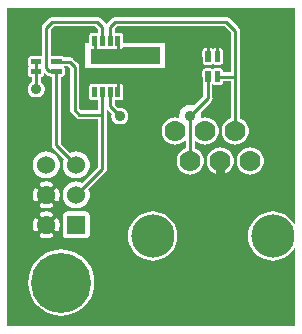
<source format=gbr>
G04 start of page 2 for group 0 idx 0 *
G04 Title: (unknown), top *
G04 Creator: pcb 20140316 *
G04 CreationDate: Sat 04 Mar 2017 04:47:27 AM GMT UTC *
G04 For: petersen *
G04 Format: Gerber/RS-274X *
G04 PCB-Dimensions (mil): 1000.00 1100.00 *
G04 PCB-Coordinate-Origin: lower left *
%MOIN*%
%FSLAX25Y25*%
%LNTOP*%
%ADD26C,0.1280*%
%ADD25C,0.0380*%
%ADD24C,0.1083*%
%ADD23C,0.0200*%
%ADD22C,0.2000*%
%ADD21C,0.0360*%
%ADD20R,0.0120X0.0120*%
%ADD19R,0.0165X0.0165*%
%ADD18R,0.0512X0.0512*%
%ADD17R,0.0167X0.0167*%
%ADD16C,0.1440*%
%ADD15C,0.0600*%
%ADD14C,0.0700*%
%ADD13C,0.0300*%
%ADD12C,0.0100*%
%ADD11C,0.0001*%
G54D11*G36*
X72912Y94620D02*X71082Y94610D01*
X70929Y94573D01*
X70783Y94513D01*
X70649Y94431D01*
X70529Y94329D01*
X70500Y94295D01*
Y102000D01*
X74379D01*
X76500Y99879D01*
Y86652D01*
X73903D01*
X73902Y87080D01*
X73865Y87233D01*
X73805Y87379D01*
X73723Y87513D01*
X73621Y87633D01*
X73501Y87735D01*
X73367Y87817D01*
X73221Y87877D01*
X73068Y87914D01*
X72912Y87924D01*
X71082Y87914D01*
X70929Y87877D01*
X70783Y87817D01*
X70649Y87735D01*
X70529Y87633D01*
X70500Y87599D01*
Y89401D01*
X70529Y89367D01*
X70649Y89265D01*
X70783Y89183D01*
X70929Y89123D01*
X71082Y89086D01*
X71238Y89076D01*
X73068Y89086D01*
X73221Y89123D01*
X73367Y89183D01*
X73501Y89265D01*
X73621Y89367D01*
X73723Y89487D01*
X73805Y89621D01*
X73865Y89767D01*
X73902Y89920D01*
X73912Y90076D01*
X73902Y93776D01*
X73865Y93929D01*
X73805Y94075D01*
X73723Y94209D01*
X73621Y94329D01*
X73501Y94431D01*
X73367Y94513D01*
X73221Y94573D01*
X73068Y94610D01*
X72912Y94620D01*
G37*
G36*
X82993Y28696D02*X83171Y28266D01*
X83846Y27165D01*
X84684Y26184D01*
X85665Y25346D01*
X86766Y24671D01*
X87958Y24177D01*
X89213Y23876D01*
X90500Y23775D01*
X91787Y23876D01*
X93042Y24177D01*
X94234Y24671D01*
X95335Y25346D01*
X96316Y26184D01*
X97154Y27165D01*
X97829Y28266D01*
X98000Y28679D01*
Y2000D01*
X82993D01*
Y28696D01*
G37*
G36*
Y108000D02*X98000D01*
Y35321D01*
X97829Y35734D01*
X97154Y36835D01*
X96316Y37816D01*
X95335Y38654D01*
X94234Y39329D01*
X93042Y39823D01*
X91787Y40124D01*
X90500Y40225D01*
X89213Y40124D01*
X87958Y39823D01*
X86766Y39329D01*
X85665Y38654D01*
X84684Y37816D01*
X83846Y36835D01*
X83171Y35734D01*
X82993Y35304D01*
Y52487D01*
X83000Y52486D01*
X83706Y52542D01*
X84395Y52707D01*
X85049Y52978D01*
X85653Y53348D01*
X86192Y53808D01*
X86652Y54347D01*
X87022Y54951D01*
X87293Y55605D01*
X87458Y56294D01*
X87500Y57000D01*
X87458Y57706D01*
X87293Y58395D01*
X87022Y59049D01*
X86652Y59653D01*
X86192Y60192D01*
X85653Y60652D01*
X85049Y61022D01*
X84395Y61293D01*
X83706Y61458D01*
X83000Y61514D01*
X82993Y61513D01*
Y108000D01*
G37*
G36*
X70500D02*X82993D01*
Y61513D01*
X82294Y61458D01*
X81605Y61293D01*
X80951Y61022D01*
X80347Y60652D01*
X79808Y60192D01*
X79348Y59653D01*
X78978Y59049D01*
X78707Y58395D01*
X78542Y57706D01*
X78486Y57000D01*
X78542Y56294D01*
X78707Y55605D01*
X78978Y54951D01*
X79348Y54347D01*
X79808Y53808D01*
X80347Y53348D01*
X80951Y52978D01*
X81605Y52707D01*
X82294Y52542D01*
X82993Y52487D01*
Y35304D01*
X82677Y34542D01*
X82376Y33287D01*
X82275Y32000D01*
X82376Y30713D01*
X82677Y29458D01*
X82993Y28696D01*
Y2000D01*
X70500D01*
Y53254D01*
X70951Y52978D01*
X71605Y52707D01*
X72294Y52542D01*
X73000Y52486D01*
X73706Y52542D01*
X74395Y52707D01*
X75049Y52978D01*
X75653Y53348D01*
X76192Y53808D01*
X76652Y54347D01*
X77022Y54951D01*
X77293Y55605D01*
X77458Y56294D01*
X77500Y57000D01*
X77458Y57706D01*
X77293Y58395D01*
X77022Y59049D01*
X76652Y59653D01*
X76192Y60192D01*
X75653Y60652D01*
X75049Y61022D01*
X74395Y61293D01*
X73706Y61458D01*
X73000Y61514D01*
X72294Y61458D01*
X71605Y61293D01*
X70951Y61022D01*
X70500Y60746D01*
Y63254D01*
X70653Y63348D01*
X71192Y63808D01*
X71652Y64347D01*
X72022Y64951D01*
X72293Y65605D01*
X72458Y66294D01*
X72500Y67000D01*
X72458Y67706D01*
X72293Y68395D01*
X72022Y69049D01*
X71652Y69653D01*
X71192Y70192D01*
X70653Y70652D01*
X70500Y70746D01*
Y82705D01*
X70529Y82671D01*
X70649Y82569D01*
X70783Y82487D01*
X70929Y82427D01*
X71082Y82390D01*
X71238Y82380D01*
X73068Y82390D01*
X73221Y82427D01*
X73367Y82487D01*
X73501Y82569D01*
X73621Y82671D01*
X73723Y82791D01*
X73805Y82925D01*
X73865Y83071D01*
X73902Y83224D01*
X73912Y83380D01*
X73911Y83652D01*
X76500D01*
Y71249D01*
X75951Y71022D01*
X75347Y70652D01*
X74808Y70192D01*
X74348Y69653D01*
X73978Y69049D01*
X73707Y68395D01*
X73542Y67706D01*
X73486Y67000D01*
X73542Y66294D01*
X73707Y65605D01*
X73978Y64951D01*
X74348Y64347D01*
X74808Y63808D01*
X75347Y63348D01*
X75951Y62978D01*
X76605Y62707D01*
X77294Y62542D01*
X78000Y62486D01*
X78706Y62542D01*
X79395Y62707D01*
X80049Y62978D01*
X80653Y63348D01*
X81192Y63808D01*
X81652Y64347D01*
X82022Y64951D01*
X82293Y65605D01*
X82458Y66294D01*
X82500Y67000D01*
X82458Y67706D01*
X82293Y68395D01*
X82022Y69049D01*
X81652Y69653D01*
X81192Y70192D01*
X80653Y70652D01*
X80049Y71022D01*
X79500Y71249D01*
Y85093D01*
X79505Y85152D01*
X79500Y85211D01*
Y100441D01*
X79505Y100500D01*
X79486Y100735D01*
X79431Y100965D01*
X79341Y101183D01*
X79217Y101384D01*
X79064Y101564D01*
X79019Y101602D01*
X76102Y104519D01*
X76064Y104564D01*
X75884Y104717D01*
X75683Y104841D01*
X75465Y104931D01*
X75235Y104986D01*
X75235Y104986D01*
X75000Y105005D01*
X74941Y105000D01*
X70500D01*
Y108000D01*
G37*
G36*
Y70746D02*X70049Y71022D01*
X69395Y71293D01*
X68706Y71458D01*
X68000Y71514D01*
X67294Y71458D01*
X66637Y71301D01*
X66666Y71419D01*
X66700Y72000D01*
X66666Y72581D01*
X66530Y73147D01*
X66453Y73332D01*
X69944Y76823D01*
X69989Y76861D01*
X70142Y77040D01*
X70142Y77041D01*
X70266Y77242D01*
X70356Y77460D01*
X70411Y77690D01*
X70430Y77925D01*
X70425Y77984D01*
Y82632D01*
X70471Y82671D01*
X70500Y82705D01*
Y70746D01*
G37*
G36*
X50487Y88000D02*X54500D01*
Y96500D01*
X50487D01*
Y102000D01*
X70500D01*
Y94295D01*
X70500Y94295D01*
X70471Y94329D01*
X70351Y94431D01*
X70217Y94513D01*
X70071Y94573D01*
X69918Y94610D01*
X69762Y94620D01*
X67932Y94610D01*
X67779Y94573D01*
X67633Y94513D01*
X67499Y94431D01*
X67379Y94329D01*
X67277Y94209D01*
X67195Y94075D01*
X67135Y93929D01*
X67098Y93776D01*
X67088Y93620D01*
X67098Y89920D01*
X67135Y89767D01*
X67195Y89621D01*
X67277Y89487D01*
X67379Y89367D01*
X67499Y89265D01*
X67633Y89183D01*
X67779Y89123D01*
X67932Y89086D01*
X68088Y89076D01*
X69918Y89086D01*
X70071Y89123D01*
X70217Y89183D01*
X70351Y89265D01*
X70471Y89367D01*
X70500Y89401D01*
Y87599D01*
X70500Y87599D01*
X70471Y87633D01*
X70351Y87735D01*
X70217Y87817D01*
X70071Y87877D01*
X69918Y87914D01*
X69762Y87924D01*
X67932Y87914D01*
X67779Y87877D01*
X67633Y87817D01*
X67499Y87735D01*
X67379Y87633D01*
X67277Y87513D01*
X67195Y87379D01*
X67135Y87233D01*
X67098Y87080D01*
X67088Y86924D01*
X67098Y83224D01*
X67135Y83071D01*
X67195Y82925D01*
X67277Y82791D01*
X67379Y82671D01*
X67425Y82632D01*
Y78546D01*
X64332Y75453D01*
X64147Y75530D01*
X63581Y75666D01*
X63000Y75711D01*
X62419Y75666D01*
X61853Y75530D01*
X61315Y75307D01*
X60818Y75003D01*
X60376Y74624D01*
X59997Y74182D01*
X59693Y73685D01*
X59470Y73147D01*
X59334Y72581D01*
X59289Y72000D01*
X59334Y71419D01*
X59363Y71301D01*
X58706Y71458D01*
X58000Y71514D01*
X57294Y71458D01*
X56605Y71293D01*
X55951Y71022D01*
X55347Y70652D01*
X54808Y70192D01*
X54348Y69653D01*
X53978Y69049D01*
X53707Y68395D01*
X53542Y67706D01*
X53486Y67000D01*
X53542Y66294D01*
X53707Y65605D01*
X53978Y64951D01*
X54348Y64347D01*
X54808Y63808D01*
X55347Y63348D01*
X55951Y62978D01*
X56605Y62707D01*
X57294Y62542D01*
X58000Y62486D01*
X58706Y62542D01*
X59395Y62707D01*
X60049Y62978D01*
X60653Y63348D01*
X61192Y63808D01*
X61500Y64169D01*
Y61249D01*
X60951Y61022D01*
X60347Y60652D01*
X59808Y60192D01*
X59348Y59653D01*
X58978Y59049D01*
X58707Y58395D01*
X58542Y57706D01*
X58486Y57000D01*
X58542Y56294D01*
X58707Y55605D01*
X58978Y54951D01*
X59348Y54347D01*
X59808Y53808D01*
X60347Y53348D01*
X60951Y52978D01*
X61605Y52707D01*
X62294Y52542D01*
X63000Y52486D01*
X63706Y52542D01*
X64395Y52707D01*
X65049Y52978D01*
X65653Y53348D01*
X66192Y53808D01*
X66652Y54347D01*
X67022Y54951D01*
X67293Y55605D01*
X67458Y56294D01*
X67500Y57000D01*
X67458Y57706D01*
X67293Y58395D01*
X67022Y59049D01*
X66652Y59653D01*
X66192Y60192D01*
X65653Y60652D01*
X65049Y61022D01*
X64500Y61249D01*
Y64169D01*
X64808Y63808D01*
X65347Y63348D01*
X65951Y62978D01*
X66605Y62707D01*
X67294Y62542D01*
X68000Y62486D01*
X68706Y62542D01*
X69395Y62707D01*
X70049Y62978D01*
X70500Y63254D01*
Y60746D01*
X70347Y60652D01*
X69808Y60192D01*
X69348Y59653D01*
X68978Y59049D01*
X68707Y58395D01*
X68542Y57706D01*
X68486Y57000D01*
X68542Y56294D01*
X68707Y55605D01*
X68978Y54951D01*
X69348Y54347D01*
X69808Y53808D01*
X70347Y53348D01*
X70500Y53254D01*
Y2000D01*
X50487D01*
Y23776D01*
X50500Y23775D01*
X51787Y23876D01*
X53042Y24177D01*
X54234Y24671D01*
X55335Y25346D01*
X56316Y26184D01*
X57154Y27165D01*
X57829Y28266D01*
X58323Y29458D01*
X58624Y30713D01*
X58700Y32000D01*
X58624Y33287D01*
X58323Y34542D01*
X57829Y35734D01*
X57154Y36835D01*
X56316Y37816D01*
X55335Y38654D01*
X54234Y39329D01*
X53042Y39823D01*
X51787Y40124D01*
X50500Y40225D01*
X50487Y40224D01*
Y88000D01*
G37*
G36*
Y96500D02*X40663D01*
X40657Y98953D01*
X40620Y99106D01*
X40560Y99251D01*
X40478Y99386D01*
X40375Y99505D01*
X40256Y99608D01*
X40121Y99690D01*
X39976Y99750D01*
X39823Y99787D01*
X39666Y99796D01*
X37855Y99787D01*
X37780Y99769D01*
Y101159D01*
X38621Y102000D01*
X50487D01*
Y96500D01*
G37*
G36*
X25000Y41186D02*X25706Y41242D01*
X26395Y41407D01*
X27049Y41678D01*
X27653Y42048D01*
X28192Y42508D01*
X28652Y43047D01*
X29022Y43651D01*
X29293Y44305D01*
X29458Y44994D01*
X29500Y45700D01*
X29458Y46406D01*
X29293Y47095D01*
X29065Y47644D01*
X34739Y53318D01*
X34784Y53356D01*
X34937Y53535D01*
X34937Y53536D01*
X35061Y53737D01*
X35151Y53955D01*
X35206Y54185D01*
X35225Y54420D01*
X35220Y54479D01*
Y72441D01*
X35225Y72500D01*
X35220Y72559D01*
Y74153D01*
X35261Y74118D01*
X36767Y72611D01*
X36726Y72439D01*
X36691Y72000D01*
X36726Y71561D01*
X36829Y71132D01*
X36997Y70725D01*
X37228Y70349D01*
X37514Y70014D01*
X37849Y69728D01*
X38225Y69497D01*
X38632Y69329D01*
X39061Y69226D01*
X39500Y69191D01*
X39939Y69226D01*
X40368Y69329D01*
X40775Y69497D01*
X41151Y69728D01*
X41486Y70014D01*
X41772Y70349D01*
X42003Y70725D01*
X42171Y71132D01*
X42274Y71561D01*
X42300Y72000D01*
X42274Y72439D01*
X42171Y72868D01*
X42003Y73275D01*
X41772Y73651D01*
X41486Y73986D01*
X41151Y74272D01*
X40775Y74503D01*
X40368Y74671D01*
X39939Y74774D01*
X39500Y74809D01*
X39061Y74774D01*
X38889Y74733D01*
X37780Y75841D01*
Y77231D01*
X37855Y77213D01*
X38012Y77204D01*
X39823Y77213D01*
X39976Y77250D01*
X40121Y77310D01*
X40256Y77392D01*
X40375Y77495D01*
X40478Y77614D01*
X40560Y77749D01*
X40620Y77894D01*
X40657Y78047D01*
X40666Y78204D01*
X40657Y81862D01*
X40620Y82015D01*
X40560Y82160D01*
X40478Y82295D01*
X40375Y82414D01*
X40256Y82517D01*
X40121Y82599D01*
X39976Y82659D01*
X39823Y82696D01*
X39666Y82705D01*
X37855Y82696D01*
X37702Y82659D01*
X37560Y82600D01*
X37417Y82659D01*
X37264Y82696D01*
X37107Y82705D01*
X35296Y82696D01*
X35143Y82659D01*
X35000Y82600D01*
X34857Y82659D01*
X34704Y82696D01*
X34547Y82705D01*
X32736Y82696D01*
X32583Y82659D01*
X32440Y82600D01*
X32298Y82659D01*
X32145Y82696D01*
X31988Y82705D01*
X30177Y82696D01*
X30024Y82659D01*
X29879Y82599D01*
X29744Y82517D01*
X29625Y82414D01*
X29522Y82295D01*
X29440Y82160D01*
X29380Y82015D01*
X29343Y81862D01*
X29334Y81705D01*
X29343Y78047D01*
X29380Y77894D01*
X29440Y77749D01*
X29522Y77614D01*
X29625Y77495D01*
X29744Y77392D01*
X29879Y77310D01*
X30024Y77250D01*
X30177Y77213D01*
X30334Y77204D01*
X32145Y77213D01*
X32220Y77231D01*
Y74000D01*
X26621D01*
X26000Y74621D01*
Y88441D01*
X26005Y88500D01*
X25986Y88735D01*
X25931Y88965D01*
X25841Y89183D01*
X25717Y89384D01*
X25564Y89564D01*
X25519Y89602D01*
X25000Y90121D01*
Y102000D01*
X31379D01*
X32220Y101159D01*
Y99769D01*
X32145Y99787D01*
X31988Y99796D01*
X30177Y99787D01*
X30024Y99750D01*
X29879Y99690D01*
X29744Y99608D01*
X29625Y99505D01*
X29522Y99386D01*
X29440Y99251D01*
X29380Y99106D01*
X29343Y98953D01*
X29334Y98796D01*
X29340Y96500D01*
X28000D01*
Y88000D01*
X50487D01*
Y40224D01*
X49213Y40124D01*
X47958Y39823D01*
X46766Y39329D01*
X45665Y38654D01*
X44684Y37816D01*
X43846Y36835D01*
X43171Y35734D01*
X42677Y34542D01*
X42376Y33287D01*
X42275Y32000D01*
X42376Y30713D01*
X42677Y29458D01*
X43171Y28266D01*
X43846Y27165D01*
X44684Y26184D01*
X45665Y25346D01*
X46766Y24671D01*
X47958Y24177D01*
X49213Y23876D01*
X50487Y23776D01*
Y2000D01*
X25000D01*
Y6665D01*
X25009Y6669D01*
X26486Y7573D01*
X27802Y8698D01*
X28927Y10014D01*
X29831Y11491D01*
X30494Y13090D01*
X30898Y14774D01*
X31000Y16500D01*
X30898Y18226D01*
X30494Y19910D01*
X29831Y21509D01*
X28927Y22986D01*
X27802Y24302D01*
X26486Y25427D01*
X25009Y26331D01*
X25000Y26335D01*
Y31207D01*
X28235Y31214D01*
X28465Y31269D01*
X28683Y31359D01*
X28884Y31483D01*
X29064Y31636D01*
X29217Y31816D01*
X29341Y32017D01*
X29431Y32235D01*
X29486Y32465D01*
X29500Y32700D01*
X29486Y38935D01*
X29431Y39165D01*
X29341Y39383D01*
X29217Y39584D01*
X29064Y39764D01*
X28884Y39917D01*
X28683Y40041D01*
X28465Y40131D01*
X28235Y40186D01*
X28000Y40200D01*
X25000Y40193D01*
Y41186D01*
G37*
G36*
Y51186D02*X25706Y51242D01*
X26395Y51407D01*
X27049Y51678D01*
X27653Y52048D01*
X28192Y52508D01*
X28652Y53047D01*
X29022Y53651D01*
X29293Y54305D01*
X29458Y54994D01*
X29500Y55700D01*
X29458Y56406D01*
X29293Y57095D01*
X29022Y57749D01*
X28652Y58353D01*
X28192Y58892D01*
X27653Y59352D01*
X27049Y59722D01*
X26395Y59993D01*
X25706Y60158D01*
X25000Y60214D01*
Y71381D01*
X25116Y71283D01*
X25317Y71159D01*
X25535Y71069D01*
X25765Y71014D01*
X26000Y70995D01*
X26059Y71000D01*
X32220D01*
Y55041D01*
X26944Y49765D01*
X26395Y49993D01*
X25706Y50158D01*
X25000Y50214D01*
Y51186D01*
G37*
G36*
Y2000D02*X19983D01*
Y5467D01*
X20000Y5466D01*
X21726Y5602D01*
X23410Y6006D01*
X25000Y6665D01*
Y2000D01*
G37*
G36*
Y90121D02*X24027Y91094D01*
X23989Y91139D01*
X23809Y91292D01*
X23608Y91416D01*
X23390Y91506D01*
X23160Y91561D01*
X23160Y91561D01*
X22925Y91580D01*
X22866Y91575D01*
X20868D01*
X20829Y91621D01*
X20709Y91723D01*
X20575Y91805D01*
X20429Y91865D01*
X20276Y91902D01*
X20120Y91912D01*
X19983Y91911D01*
Y102000D01*
X25000D01*
Y90121D01*
G37*
G36*
Y60214D02*X24294Y60158D01*
X23605Y59993D01*
X23056Y59765D01*
X19983Y62838D01*
Y85097D01*
X20276Y85098D01*
X20429Y85135D01*
X20575Y85195D01*
X20709Y85277D01*
X20829Y85379D01*
X20931Y85499D01*
X21013Y85633D01*
X21073Y85779D01*
X21110Y85932D01*
X21120Y86088D01*
X21110Y87918D01*
X21073Y88071D01*
X21013Y88217D01*
X20931Y88351D01*
X20829Y88471D01*
X20795Y88500D01*
X20829Y88529D01*
X20868Y88575D01*
X22304D01*
X23000Y87879D01*
Y74059D01*
X22995Y74000D01*
X23014Y73765D01*
X23069Y73535D01*
X23159Y73317D01*
X23283Y73116D01*
X23283Y73115D01*
X23436Y72936D01*
X23481Y72898D01*
X24898Y71481D01*
X24936Y71436D01*
X25000Y71381D01*
Y60214D01*
G37*
G36*
X19983Y58596D02*X20935Y57644D01*
X20707Y57095D01*
X20542Y56406D01*
X20486Y55700D01*
X20542Y54994D01*
X20707Y54305D01*
X20978Y53651D01*
X21348Y53047D01*
X21808Y52508D01*
X22347Y52048D01*
X22951Y51678D01*
X23605Y51407D01*
X24294Y51242D01*
X25000Y51186D01*
Y50214D01*
X24294Y50158D01*
X23605Y49993D01*
X22951Y49722D01*
X22347Y49352D01*
X21808Y48892D01*
X21348Y48353D01*
X20978Y47749D01*
X20707Y47095D01*
X20542Y46406D01*
X20486Y45700D01*
X20542Y44994D01*
X20707Y44305D01*
X20978Y43651D01*
X21348Y43047D01*
X21808Y42508D01*
X22347Y42048D01*
X22951Y41678D01*
X23605Y41407D01*
X24294Y41242D01*
X25000Y41186D01*
Y40193D01*
X21765Y40186D01*
X21535Y40131D01*
X21317Y40041D01*
X21116Y39917D01*
X20936Y39764D01*
X20783Y39584D01*
X20659Y39383D01*
X20569Y39165D01*
X20514Y38935D01*
X20500Y38700D01*
X20514Y32465D01*
X20569Y32235D01*
X20659Y32017D01*
X20783Y31816D01*
X20936Y31636D01*
X21116Y31483D01*
X21317Y31359D01*
X21535Y31269D01*
X21765Y31214D01*
X22000Y31200D01*
X25000Y31207D01*
Y26335D01*
X23410Y26994D01*
X21726Y27398D01*
X20000Y27534D01*
X19983Y27533D01*
Y58596D01*
G37*
G36*
Y108000D02*X70500D01*
Y105000D01*
X38059D01*
X38000Y105005D01*
X37765Y104986D01*
X37535Y104931D01*
X37317Y104841D01*
X37116Y104717D01*
X37115Y104717D01*
X36936Y104564D01*
X36898Y104519D01*
X35261Y102882D01*
X35216Y102844D01*
X35063Y102664D01*
X35000Y102562D01*
X34937Y102664D01*
X34784Y102844D01*
X34739Y102882D01*
X33102Y104519D01*
X33064Y104564D01*
X32884Y104717D01*
X32683Y104841D01*
X32465Y104931D01*
X32235Y104986D01*
X32000Y105005D01*
X31941Y105000D01*
X19983D01*
Y108000D01*
G37*
G36*
Y91911D02*X16500Y91902D01*
Y100879D01*
X17621Y102000D01*
X19983D01*
Y91911D01*
G37*
G36*
Y62838D02*X19848Y62973D01*
Y85097D01*
X19983Y85097D01*
Y62838D01*
G37*
G36*
X15002Y6664D02*X16590Y6006D01*
X18274Y5602D01*
X19983Y5467D01*
Y2000D01*
X15002D01*
Y6664D01*
G37*
G36*
X18613Y59966D02*X19983Y58596D01*
Y27533D01*
X18613Y27425D01*
Y33553D01*
X18656Y33560D01*
X18768Y33597D01*
X18873Y33652D01*
X18968Y33722D01*
X19051Y33806D01*
X19119Y33902D01*
X19170Y34008D01*
X19318Y34416D01*
X19422Y34837D01*
X19484Y35267D01*
X19505Y35700D01*
X19484Y36133D01*
X19422Y36563D01*
X19318Y36984D01*
X19175Y37394D01*
X19122Y37500D01*
X19053Y37596D01*
X18970Y37681D01*
X18875Y37751D01*
X18769Y37806D01*
X18657Y37843D01*
X18613Y37851D01*
Y43553D01*
X18656Y43560D01*
X18768Y43597D01*
X18873Y43652D01*
X18968Y43722D01*
X19051Y43806D01*
X19119Y43902D01*
X19170Y44008D01*
X19318Y44416D01*
X19422Y44837D01*
X19484Y45267D01*
X19505Y45700D01*
X19484Y46133D01*
X19422Y46563D01*
X19318Y46984D01*
X19175Y47394D01*
X19122Y47500D01*
X19053Y47596D01*
X18970Y47681D01*
X18875Y47751D01*
X18769Y47806D01*
X18657Y47843D01*
X18613Y47851D01*
Y53002D01*
X18652Y53047D01*
X19022Y53651D01*
X19293Y54305D01*
X19458Y54994D01*
X19500Y55700D01*
X19458Y56406D01*
X19293Y57095D01*
X19022Y57749D01*
X18652Y58353D01*
X18613Y58398D01*
Y59966D01*
G37*
G36*
Y27425D02*X18274Y27398D01*
X16590Y26994D01*
X15002Y26336D01*
Y31195D01*
X15433Y31216D01*
X15863Y31278D01*
X16284Y31382D01*
X16694Y31525D01*
X16800Y31578D01*
X16896Y31647D01*
X16981Y31730D01*
X17051Y31825D01*
X17106Y31931D01*
X17143Y32043D01*
X17163Y32160D01*
X17164Y32279D01*
X17146Y32396D01*
X17110Y32509D01*
X17057Y32615D01*
X16988Y32712D01*
X16905Y32796D01*
X16809Y32867D01*
X16704Y32921D01*
X16592Y32959D01*
X16475Y32978D01*
X16356Y32979D01*
X16239Y32961D01*
X16126Y32923D01*
X15855Y32824D01*
X15575Y32756D01*
X15289Y32714D01*
X15002Y32700D01*
Y38700D01*
X15289Y38686D01*
X15575Y38644D01*
X15855Y38576D01*
X16128Y38480D01*
X16239Y38442D01*
X16356Y38425D01*
X16474Y38425D01*
X16591Y38445D01*
X16703Y38482D01*
X16807Y38536D01*
X16902Y38606D01*
X16985Y38691D01*
X17054Y38787D01*
X17107Y38892D01*
X17143Y39005D01*
X17160Y39121D01*
X17159Y39239D01*
X17140Y39356D01*
X17103Y39468D01*
X17048Y39573D01*
X16978Y39668D01*
X16894Y39751D01*
X16798Y39819D01*
X16692Y39870D01*
X16284Y40018D01*
X15863Y40122D01*
X15433Y40184D01*
X15002Y40205D01*
Y41195D01*
X15433Y41216D01*
X15863Y41278D01*
X16284Y41382D01*
X16694Y41525D01*
X16800Y41578D01*
X16896Y41647D01*
X16981Y41730D01*
X17051Y41825D01*
X17106Y41931D01*
X17143Y42043D01*
X17163Y42160D01*
X17164Y42279D01*
X17146Y42396D01*
X17110Y42509D01*
X17057Y42615D01*
X16988Y42712D01*
X16905Y42796D01*
X16809Y42867D01*
X16704Y42921D01*
X16592Y42959D01*
X16475Y42978D01*
X16356Y42979D01*
X16239Y42961D01*
X16126Y42923D01*
X15855Y42824D01*
X15575Y42756D01*
X15289Y42714D01*
X15002Y42700D01*
Y48700D01*
X15289Y48686D01*
X15575Y48644D01*
X15855Y48576D01*
X16128Y48480D01*
X16239Y48442D01*
X16356Y48425D01*
X16474Y48425D01*
X16591Y48445D01*
X16703Y48482D01*
X16807Y48536D01*
X16902Y48606D01*
X16985Y48691D01*
X17054Y48787D01*
X17107Y48892D01*
X17143Y49005D01*
X17160Y49121D01*
X17159Y49239D01*
X17140Y49356D01*
X17103Y49468D01*
X17048Y49573D01*
X16978Y49668D01*
X16894Y49751D01*
X16798Y49819D01*
X16692Y49870D01*
X16284Y50018D01*
X15863Y50122D01*
X15433Y50184D01*
X15002Y50205D01*
Y51186D01*
X15706Y51242D01*
X16395Y51407D01*
X17049Y51678D01*
X17653Y52048D01*
X18192Y52508D01*
X18613Y53002D01*
Y47851D01*
X18540Y47863D01*
X18421Y47864D01*
X18304Y47846D01*
X18191Y47810D01*
X18085Y47757D01*
X17988Y47688D01*
X17904Y47605D01*
X17833Y47509D01*
X17779Y47404D01*
X17741Y47292D01*
X17722Y47175D01*
X17721Y47056D01*
X17739Y46939D01*
X17777Y46826D01*
X17876Y46555D01*
X17944Y46275D01*
X17986Y45989D01*
X18000Y45700D01*
X17986Y45411D01*
X17944Y45125D01*
X17876Y44845D01*
X17780Y44572D01*
X17742Y44461D01*
X17725Y44344D01*
X17725Y44226D01*
X17745Y44109D01*
X17782Y43997D01*
X17836Y43893D01*
X17906Y43798D01*
X17991Y43715D01*
X18087Y43646D01*
X18192Y43593D01*
X18305Y43557D01*
X18421Y43540D01*
X18539Y43541D01*
X18613Y43553D01*
Y37851D01*
X18540Y37863D01*
X18421Y37864D01*
X18304Y37846D01*
X18191Y37810D01*
X18085Y37757D01*
X17988Y37688D01*
X17904Y37605D01*
X17833Y37509D01*
X17779Y37404D01*
X17741Y37292D01*
X17722Y37175D01*
X17721Y37056D01*
X17739Y36939D01*
X17777Y36826D01*
X17876Y36555D01*
X17944Y36275D01*
X17986Y35989D01*
X18000Y35700D01*
X17986Y35411D01*
X17944Y35125D01*
X17876Y34845D01*
X17780Y34572D01*
X17742Y34461D01*
X17725Y34344D01*
X17725Y34226D01*
X17745Y34109D01*
X17782Y33997D01*
X17836Y33893D01*
X17906Y33798D01*
X17991Y33715D01*
X18087Y33646D01*
X18192Y33593D01*
X18305Y33557D01*
X18421Y33540D01*
X18539Y33541D01*
X18613Y33553D01*
Y27425D01*
G37*
G36*
X15002Y85872D02*X15011Y85861D01*
X15190Y85708D01*
X15191Y85708D01*
X15392Y85584D01*
X15610Y85494D01*
X15810Y85446D01*
X15867Y85379D01*
X15987Y85277D01*
X16121Y85195D01*
X16267Y85135D01*
X16420Y85098D01*
X16576Y85088D01*
X16848Y85089D01*
Y62411D01*
X16843Y62352D01*
X16862Y62117D01*
X16917Y61887D01*
X17007Y61669D01*
X17131Y61468D01*
X17131Y61467D01*
X17284Y61288D01*
X17329Y61250D01*
X18613Y59966D01*
Y58398D01*
X18192Y58892D01*
X17653Y59352D01*
X17049Y59722D01*
X16395Y59993D01*
X15706Y60158D01*
X15002Y60214D01*
Y85872D01*
G37*
G36*
Y108000D02*X19983D01*
Y105000D01*
X17059D01*
X17000Y105005D01*
X16765Y104986D01*
X16535Y104931D01*
X16317Y104841D01*
X16116Y104717D01*
X16115Y104717D01*
X15936Y104564D01*
X15898Y104519D01*
X15002Y103623D01*
Y108000D01*
G37*
G36*
X11387Y9647D02*X12198Y8698D01*
X13514Y7573D01*
X14991Y6669D01*
X15002Y6664D01*
Y2000D01*
X11387D01*
Y9647D01*
G37*
G36*
Y53002D02*X11808Y52508D01*
X12347Y52048D01*
X12951Y51678D01*
X13605Y51407D01*
X14294Y51242D01*
X15000Y51186D01*
X15002Y51186D01*
Y50205D01*
X15000Y50205D01*
X14567Y50184D01*
X14137Y50122D01*
X13716Y50018D01*
X13306Y49875D01*
X13200Y49822D01*
X13104Y49753D01*
X13019Y49670D01*
X12949Y49575D01*
X12894Y49469D01*
X12857Y49357D01*
X12837Y49240D01*
X12836Y49121D01*
X12854Y49004D01*
X12890Y48891D01*
X12943Y48785D01*
X13012Y48688D01*
X13095Y48604D01*
X13191Y48533D01*
X13296Y48479D01*
X13408Y48441D01*
X13525Y48422D01*
X13644Y48421D01*
X13761Y48439D01*
X13874Y48477D01*
X14145Y48576D01*
X14425Y48644D01*
X14711Y48686D01*
X15000Y48700D01*
X15002Y48700D01*
Y42700D01*
X15000Y42700D01*
X14711Y42714D01*
X14425Y42756D01*
X14145Y42824D01*
X13872Y42920D01*
X13761Y42958D01*
X13644Y42975D01*
X13526Y42975D01*
X13409Y42955D01*
X13297Y42918D01*
X13193Y42864D01*
X13098Y42794D01*
X13015Y42709D01*
X12946Y42613D01*
X12893Y42508D01*
X12857Y42395D01*
X12840Y42279D01*
X12841Y42161D01*
X12860Y42044D01*
X12897Y41932D01*
X12952Y41827D01*
X13022Y41732D01*
X13106Y41649D01*
X13202Y41581D01*
X13308Y41530D01*
X13716Y41382D01*
X14137Y41278D01*
X14567Y41216D01*
X15000Y41195D01*
X15002Y41195D01*
Y40205D01*
X15000Y40205D01*
X14567Y40184D01*
X14137Y40122D01*
X13716Y40018D01*
X13306Y39875D01*
X13200Y39822D01*
X13104Y39753D01*
X13019Y39670D01*
X12949Y39575D01*
X12894Y39469D01*
X12857Y39357D01*
X12837Y39240D01*
X12836Y39121D01*
X12854Y39004D01*
X12890Y38891D01*
X12943Y38785D01*
X13012Y38688D01*
X13095Y38604D01*
X13191Y38533D01*
X13296Y38479D01*
X13408Y38441D01*
X13525Y38422D01*
X13644Y38421D01*
X13761Y38439D01*
X13874Y38477D01*
X14145Y38576D01*
X14425Y38644D01*
X14711Y38686D01*
X15000Y38700D01*
X15002Y38700D01*
Y32700D01*
X15000Y32700D01*
X14711Y32714D01*
X14425Y32756D01*
X14145Y32824D01*
X13872Y32920D01*
X13761Y32958D01*
X13644Y32975D01*
X13526Y32975D01*
X13409Y32955D01*
X13297Y32918D01*
X13193Y32864D01*
X13098Y32794D01*
X13015Y32709D01*
X12946Y32613D01*
X12893Y32508D01*
X12857Y32395D01*
X12840Y32279D01*
X12841Y32161D01*
X12860Y32044D01*
X12897Y31932D01*
X12952Y31827D01*
X13022Y31732D01*
X13106Y31649D01*
X13202Y31581D01*
X13308Y31530D01*
X13716Y31382D01*
X14137Y31278D01*
X14567Y31216D01*
X15000Y31195D01*
X15002Y31195D01*
Y26336D01*
X14991Y26331D01*
X13514Y25427D01*
X12198Y24302D01*
X11387Y23353D01*
Y33549D01*
X11460Y33537D01*
X11579Y33536D01*
X11696Y33554D01*
X11809Y33590D01*
X11915Y33643D01*
X12012Y33712D01*
X12096Y33795D01*
X12167Y33891D01*
X12221Y33996D01*
X12259Y34108D01*
X12278Y34225D01*
X12279Y34344D01*
X12261Y34461D01*
X12223Y34574D01*
X12124Y34845D01*
X12056Y35125D01*
X12014Y35411D01*
X12000Y35700D01*
X12014Y35989D01*
X12056Y36275D01*
X12124Y36555D01*
X12220Y36828D01*
X12258Y36939D01*
X12275Y37056D01*
X12275Y37174D01*
X12255Y37291D01*
X12218Y37403D01*
X12164Y37507D01*
X12094Y37602D01*
X12009Y37685D01*
X11913Y37754D01*
X11808Y37807D01*
X11695Y37843D01*
X11579Y37860D01*
X11461Y37859D01*
X11387Y37847D01*
Y43549D01*
X11460Y43537D01*
X11579Y43536D01*
X11696Y43554D01*
X11809Y43590D01*
X11915Y43643D01*
X12012Y43712D01*
X12096Y43795D01*
X12167Y43891D01*
X12221Y43996D01*
X12259Y44108D01*
X12278Y44225D01*
X12279Y44344D01*
X12261Y44461D01*
X12223Y44574D01*
X12124Y44845D01*
X12056Y45125D01*
X12014Y45411D01*
X12000Y45700D01*
X12014Y45989D01*
X12056Y46275D01*
X12124Y46555D01*
X12220Y46828D01*
X12258Y46939D01*
X12275Y47056D01*
X12275Y47174D01*
X12255Y47291D01*
X12218Y47403D01*
X12164Y47507D01*
X12094Y47602D01*
X12009Y47685D01*
X11913Y47754D01*
X11808Y47807D01*
X11695Y47843D01*
X11579Y47860D01*
X11461Y47859D01*
X11387Y47847D01*
Y53002D01*
G37*
G36*
Y78212D02*X11652Y78191D01*
X12091Y78226D01*
X12520Y78329D01*
X12927Y78497D01*
X13303Y78728D01*
X13638Y79014D01*
X13924Y79349D01*
X14155Y79725D01*
X14323Y80132D01*
X14426Y80561D01*
X14452Y81000D01*
X14426Y81439D01*
X14323Y81868D01*
X14155Y82275D01*
X13924Y82651D01*
X13638Y82986D01*
X13303Y83272D01*
X13152Y83365D01*
Y85097D01*
X13580Y85098D01*
X13733Y85135D01*
X13879Y85195D01*
X14013Y85277D01*
X14133Y85379D01*
X14235Y85499D01*
X14317Y85633D01*
X14377Y85779D01*
X14414Y85932D01*
X14424Y86088D01*
X14422Y86457D01*
X14973Y85906D01*
X15002Y85872D01*
Y60214D01*
X15000Y60214D01*
X14294Y60158D01*
X13605Y59993D01*
X12951Y59722D01*
X12347Y59352D01*
X11808Y58892D01*
X11387Y58398D01*
Y78212D01*
G37*
G36*
Y108000D02*X15002D01*
Y103623D01*
X13981Y102602D01*
X13936Y102564D01*
X13783Y102384D01*
X13659Y102183D01*
X13569Y101965D01*
X13514Y101735D01*
X13514Y101735D01*
X13495Y101500D01*
X13500Y101441D01*
Y91907D01*
X13424Y91912D01*
X11387Y91906D01*
Y108000D01*
G37*
G36*
X2000D02*X11387D01*
Y91906D01*
X9724Y91902D01*
X9571Y91865D01*
X9425Y91805D01*
X9291Y91723D01*
X9171Y91621D01*
X9069Y91501D01*
X8987Y91367D01*
X8927Y91221D01*
X8890Y91068D01*
X8880Y90912D01*
X8890Y89082D01*
X8927Y88929D01*
X8987Y88783D01*
X9069Y88649D01*
X9171Y88529D01*
X9205Y88500D01*
X9171Y88471D01*
X9069Y88351D01*
X8987Y88217D01*
X8927Y88071D01*
X8890Y87918D01*
X8880Y87762D01*
X8890Y85932D01*
X8927Y85779D01*
X8987Y85633D01*
X9069Y85499D01*
X9171Y85379D01*
X9291Y85277D01*
X9425Y85195D01*
X9571Y85135D01*
X9724Y85098D01*
X9880Y85088D01*
X10152Y85089D01*
Y83365D01*
X10001Y83272D01*
X9666Y82986D01*
X9380Y82651D01*
X9149Y82275D01*
X8981Y81868D01*
X8878Y81439D01*
X8843Y81000D01*
X8878Y80561D01*
X8981Y80132D01*
X9149Y79725D01*
X9380Y79349D01*
X9666Y79014D01*
X10001Y78728D01*
X10377Y78497D01*
X10784Y78329D01*
X11213Y78226D01*
X11387Y78212D01*
Y58398D01*
X11348Y58353D01*
X10978Y57749D01*
X10707Y57095D01*
X10542Y56406D01*
X10486Y55700D01*
X10542Y54994D01*
X10707Y54305D01*
X10978Y53651D01*
X11348Y53047D01*
X11387Y53002D01*
Y47847D01*
X11344Y47840D01*
X11232Y47803D01*
X11127Y47748D01*
X11032Y47678D01*
X10949Y47594D01*
X10881Y47498D01*
X10830Y47392D01*
X10682Y46984D01*
X10578Y46563D01*
X10516Y46133D01*
X10495Y45700D01*
X10516Y45267D01*
X10578Y44837D01*
X10682Y44416D01*
X10825Y44006D01*
X10878Y43900D01*
X10947Y43804D01*
X11030Y43719D01*
X11125Y43649D01*
X11231Y43594D01*
X11343Y43557D01*
X11387Y43549D01*
Y37847D01*
X11344Y37840D01*
X11232Y37803D01*
X11127Y37748D01*
X11032Y37678D01*
X10949Y37594D01*
X10881Y37498D01*
X10830Y37392D01*
X10682Y36984D01*
X10578Y36563D01*
X10516Y36133D01*
X10495Y35700D01*
X10516Y35267D01*
X10578Y34837D01*
X10682Y34416D01*
X10825Y34006D01*
X10878Y33900D01*
X10947Y33804D01*
X11030Y33719D01*
X11125Y33649D01*
X11231Y33594D01*
X11343Y33557D01*
X11387Y33549D01*
Y23353D01*
X11073Y22986D01*
X10169Y21509D01*
X9506Y19910D01*
X9102Y18226D01*
X8966Y16500D01*
X9102Y14774D01*
X9506Y13090D01*
X10169Y11491D01*
X11073Y10014D01*
X11387Y9647D01*
Y2000D01*
X2000D01*
Y108000D01*
G37*
G36*
X53000Y89500D02*X30000D01*
Y94351D01*
X30024Y94341D01*
X30177Y94304D01*
X30334Y94295D01*
X32145Y94304D01*
X32298Y94341D01*
X32440Y94400D01*
X32583Y94341D01*
X32736Y94304D01*
X32893Y94295D01*
X34704Y94304D01*
X34857Y94341D01*
X35000Y94400D01*
X35143Y94341D01*
X35296Y94304D01*
X35453Y94295D01*
X37264Y94304D01*
X37417Y94341D01*
X37560Y94400D01*
X37702Y94341D01*
X37855Y94304D01*
X38012Y94295D01*
X39823Y94304D01*
X39976Y94341D01*
X40121Y94401D01*
X40256Y94483D01*
X40375Y94586D01*
X40478Y94705D01*
X40560Y94840D01*
X40620Y94985D01*
X40624Y95000D01*
X53000D01*
Y89500D01*
G37*
G54D12*X31161Y97046D02*Y91500D01*
X38839Y97000D02*Y92000D01*
Y79954D02*Y85500D01*
X18348Y90075D02*X22925D01*
X32000Y103500D02*X17000D01*
X15000Y101500D01*
Y88000D01*
X16075Y86925D01*
X18348D01*
X36280Y97046D02*Y101780D01*
X38000Y103500D01*
X11652Y90075D02*Y81000D01*
X25000Y55700D02*X18348Y62352D01*
Y86925D01*
X22925Y90075D02*X24500Y88500D01*
Y74000D01*
X33720Y79954D02*Y54420D01*
Y97046D02*Y101780D01*
X32000Y103500D01*
X25000Y45700D02*X33720Y54420D01*
X24500Y74000D02*X26000Y72500D01*
X33720D01*
X39500Y72000D02*X36280Y75220D01*
Y79954D01*
G54D13*X73000Y57000D02*Y32500D01*
G54D12*X63000Y72000D02*Y57000D01*
X38000Y103500D02*X75000D01*
X78000Y100500D01*
Y67000D01*
X72075Y85152D02*X78000D01*
X68925D02*Y77925D01*
X63000Y72000D01*
X68925Y91848D02*Y97000D01*
X72075Y91848D02*Y97000D01*
G54D14*X58000Y67000D03*
G54D11*G36*
X22000Y38700D02*Y32700D01*
X28000D01*
Y38700D01*
X22000D01*
G37*
G54D15*X25000Y45700D03*
Y55700D03*
X15000Y35700D03*
Y45700D03*
Y55700D03*
G54D14*X63000Y57000D03*
G54D16*X50500Y32000D03*
G54D14*X68000Y67000D03*
X73000Y57000D03*
X83000D03*
G54D16*X90500Y32000D03*
G54D14*X78000Y67000D03*
G54D17*X68925Y86087D02*Y84217D01*
G54D18*X49607Y84957D02*X50393D01*
G54D17*X72075Y86087D02*Y84217D01*
X10717Y90075D02*X12587D01*
X10717Y86925D02*X12587D01*
X17413D02*X19283D01*
X17413Y90075D02*X19283D01*
G54D19*X31161Y80878D02*Y79031D01*
G54D20*Y80500D02*Y79500D01*
G54D19*X33720Y80878D02*Y79031D01*
G54D20*Y80500D02*Y79500D01*
G54D19*X36280Y80878D02*Y79031D01*
G54D20*Y80500D02*Y79500D01*
G54D19*X38839Y80878D02*Y79031D01*
G54D20*Y80500D02*Y79500D01*
G54D17*X72075Y92783D02*Y90913D01*
X68925Y92783D02*Y90913D01*
G54D18*X49607Y92043D02*X50393D01*
G54D19*X38839Y97969D02*Y96122D01*
X36280Y97969D02*Y96122D01*
G54D20*X38839Y97500D02*Y96500D01*
X36280Y97500D02*Y96500D01*
G54D19*X33720Y97969D02*Y96122D01*
X31161Y97969D02*Y96122D01*
G54D20*X33720Y97500D02*Y96500D01*
X31161Y97500D02*Y96500D01*
G54D21*X33000Y91500D03*
X37500D03*
X44000D03*
X11652Y81000D03*
X63000Y72000D03*
X39500D03*
G54D22*X20000Y16500D03*
G54D23*G54D24*G54D13*G54D25*G54D13*G54D26*G54D13*G54D26*G54D13*M02*

</source>
